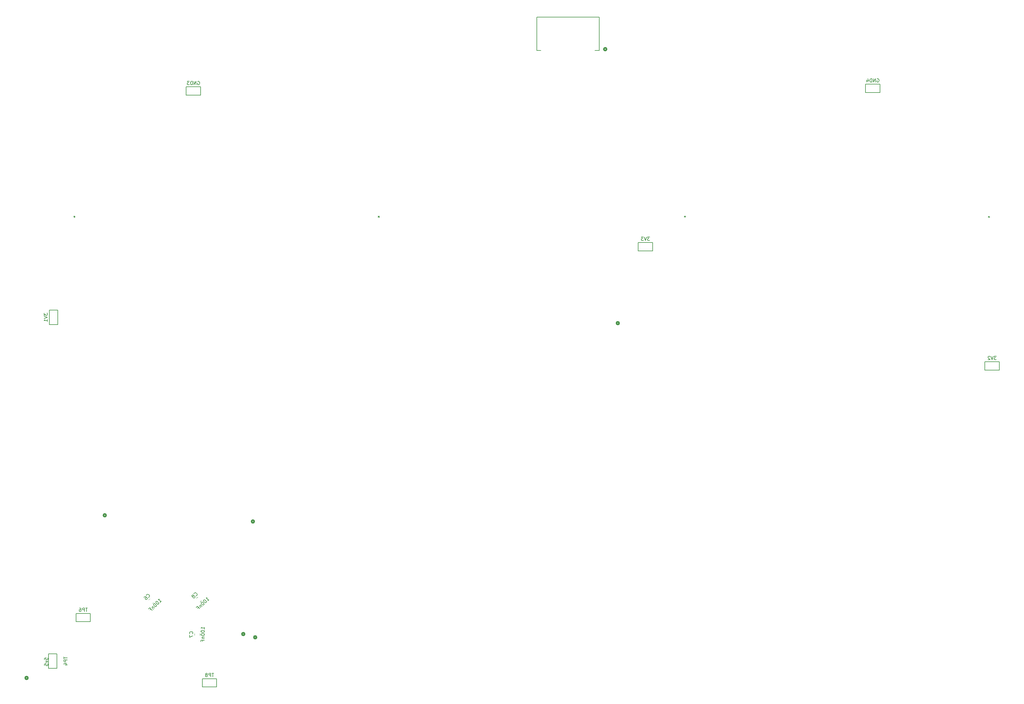
<source format=gbr>
%TF.GenerationSoftware,KiCad,Pcbnew,8.0.8-8.0.8-0~ubuntu24.04.1*%
%TF.CreationDate,2025-08-07T23:42:04-04:00*%
%TF.ProjectId,stencil,7374656e-6369-46c2-9e6b-696361645f70,rev?*%
%TF.SameCoordinates,Original*%
%TF.FileFunction,Legend,Bot*%
%TF.FilePolarity,Positive*%
%FSLAX46Y46*%
G04 Gerber Fmt 4.6, Leading zero omitted, Abs format (unit mm)*
G04 Created by KiCad (PCBNEW 8.0.8-8.0.8-0~ubuntu24.04.1) date 2025-08-07 23:42:04*
%MOMM*%
%LPD*%
G01*
G04 APERTURE LIST*
%ADD10C,0.200000*%
%ADD11C,0.152400*%
%ADD12C,0.508000*%
%ADD13C,0.150000*%
%ADD14C,0.120000*%
G04 APERTURE END LIST*
D10*
X49882219Y-223735863D02*
X49882219Y-223259673D01*
X49882219Y-223259673D02*
X50358409Y-223212054D01*
X50358409Y-223212054D02*
X50310790Y-223259673D01*
X50310790Y-223259673D02*
X50263171Y-223354911D01*
X50263171Y-223354911D02*
X50263171Y-223593006D01*
X50263171Y-223593006D02*
X50310790Y-223688244D01*
X50310790Y-223688244D02*
X50358409Y-223735863D01*
X50358409Y-223735863D02*
X50453647Y-223783482D01*
X50453647Y-223783482D02*
X50691742Y-223783482D01*
X50691742Y-223783482D02*
X50786980Y-223735863D01*
X50786980Y-223735863D02*
X50834600Y-223688244D01*
X50834600Y-223688244D02*
X50882219Y-223593006D01*
X50882219Y-223593006D02*
X50882219Y-223354911D01*
X50882219Y-223354911D02*
X50834600Y-223259673D01*
X50834600Y-223259673D02*
X50786980Y-223212054D01*
X50215552Y-224116816D02*
X50882219Y-224354911D01*
X50882219Y-224354911D02*
X50215552Y-224593006D01*
X49882219Y-225450149D02*
X49882219Y-224973959D01*
X49882219Y-224973959D02*
X50358409Y-224926340D01*
X50358409Y-224926340D02*
X50310790Y-224973959D01*
X50310790Y-224973959D02*
X50263171Y-225069197D01*
X50263171Y-225069197D02*
X50263171Y-225307292D01*
X50263171Y-225307292D02*
X50310790Y-225402530D01*
X50310790Y-225402530D02*
X50358409Y-225450149D01*
X50358409Y-225450149D02*
X50453647Y-225497768D01*
X50453647Y-225497768D02*
X50691742Y-225497768D01*
X50691742Y-225497768D02*
X50786980Y-225450149D01*
X50786980Y-225450149D02*
X50834600Y-225402530D01*
X50834600Y-225402530D02*
X50882219Y-225307292D01*
X50882219Y-225307292D02*
X50882219Y-225069197D01*
X50882219Y-225069197D02*
X50834600Y-224973959D01*
X50834600Y-224973959D02*
X50786980Y-224926340D01*
D11*
X193479487Y-36149001D02*
X211633487Y-36149001D01*
X211633487Y-45903000D02*
X210428584Y-45903000D01*
X193479487Y-36149001D02*
X193479487Y-45903000D01*
X211633487Y-45903000D02*
X211633487Y-36149001D01*
X194684387Y-45903000D02*
X193479487Y-45903000D01*
D10*
X62436904Y-208662219D02*
X61865476Y-208662219D01*
X62151190Y-209662219D02*
X62151190Y-208662219D01*
X61532142Y-209662219D02*
X61532142Y-208662219D01*
X61532142Y-208662219D02*
X61151190Y-208662219D01*
X61151190Y-208662219D02*
X61055952Y-208709838D01*
X61055952Y-208709838D02*
X61008333Y-208757457D01*
X61008333Y-208757457D02*
X60960714Y-208852695D01*
X60960714Y-208852695D02*
X60960714Y-208995552D01*
X60960714Y-208995552D02*
X61008333Y-209090790D01*
X61008333Y-209090790D02*
X61055952Y-209138409D01*
X61055952Y-209138409D02*
X61151190Y-209186028D01*
X61151190Y-209186028D02*
X61532142Y-209186028D01*
X60103571Y-208662219D02*
X60294047Y-208662219D01*
X60294047Y-208662219D02*
X60389285Y-208709838D01*
X60389285Y-208709838D02*
X60436904Y-208757457D01*
X60436904Y-208757457D02*
X60532142Y-208900314D01*
X60532142Y-208900314D02*
X60579761Y-209090790D01*
X60579761Y-209090790D02*
X60579761Y-209471742D01*
X60579761Y-209471742D02*
X60532142Y-209566980D01*
X60532142Y-209566980D02*
X60484523Y-209614600D01*
X60484523Y-209614600D02*
X60389285Y-209662219D01*
X60389285Y-209662219D02*
X60198809Y-209662219D01*
X60198809Y-209662219D02*
X60103571Y-209614600D01*
X60103571Y-209614600D02*
X60055952Y-209566980D01*
X60055952Y-209566980D02*
X60008333Y-209471742D01*
X60008333Y-209471742D02*
X60008333Y-209233647D01*
X60008333Y-209233647D02*
X60055952Y-209138409D01*
X60055952Y-209138409D02*
X60103571Y-209090790D01*
X60103571Y-209090790D02*
X60198809Y-209043171D01*
X60198809Y-209043171D02*
X60389285Y-209043171D01*
X60389285Y-209043171D02*
X60484523Y-209090790D01*
X60484523Y-209090790D02*
X60532142Y-209138409D01*
X60532142Y-209138409D02*
X60579761Y-209233647D01*
X93076981Y-216183332D02*
X93124601Y-216135713D01*
X93124601Y-216135713D02*
X93172220Y-215992856D01*
X93172220Y-215992856D02*
X93172220Y-215897618D01*
X93172220Y-215897618D02*
X93124601Y-215754761D01*
X93124601Y-215754761D02*
X93029362Y-215659523D01*
X93029362Y-215659523D02*
X92934124Y-215611904D01*
X92934124Y-215611904D02*
X92743648Y-215564285D01*
X92743648Y-215564285D02*
X92600791Y-215564285D01*
X92600791Y-215564285D02*
X92410315Y-215611904D01*
X92410315Y-215611904D02*
X92315077Y-215659523D01*
X92315077Y-215659523D02*
X92219839Y-215754761D01*
X92219839Y-215754761D02*
X92172220Y-215897618D01*
X92172220Y-215897618D02*
X92172220Y-215992856D01*
X92172220Y-215992856D02*
X92219839Y-216135713D01*
X92219839Y-216135713D02*
X92267458Y-216183332D01*
X92172220Y-216516666D02*
X92172220Y-217183332D01*
X92172220Y-217183332D02*
X93172220Y-216754761D01*
X96532218Y-214802379D02*
X96532218Y-214230951D01*
X96532218Y-214516665D02*
X95532218Y-214516665D01*
X95532218Y-214516665D02*
X95675075Y-214421427D01*
X95675075Y-214421427D02*
X95770313Y-214326189D01*
X95770313Y-214326189D02*
X95817932Y-214230951D01*
X95532218Y-215421427D02*
X95532218Y-215516665D01*
X95532218Y-215516665D02*
X95579837Y-215611903D01*
X95579837Y-215611903D02*
X95627456Y-215659522D01*
X95627456Y-215659522D02*
X95722694Y-215707141D01*
X95722694Y-215707141D02*
X95913170Y-215754760D01*
X95913170Y-215754760D02*
X96151265Y-215754760D01*
X96151265Y-215754760D02*
X96341741Y-215707141D01*
X96341741Y-215707141D02*
X96436979Y-215659522D01*
X96436979Y-215659522D02*
X96484599Y-215611903D01*
X96484599Y-215611903D02*
X96532218Y-215516665D01*
X96532218Y-215516665D02*
X96532218Y-215421427D01*
X96532218Y-215421427D02*
X96484599Y-215326189D01*
X96484599Y-215326189D02*
X96436979Y-215278570D01*
X96436979Y-215278570D02*
X96341741Y-215230951D01*
X96341741Y-215230951D02*
X96151265Y-215183332D01*
X96151265Y-215183332D02*
X95913170Y-215183332D01*
X95913170Y-215183332D02*
X95722694Y-215230951D01*
X95722694Y-215230951D02*
X95627456Y-215278570D01*
X95627456Y-215278570D02*
X95579837Y-215326189D01*
X95579837Y-215326189D02*
X95532218Y-215421427D01*
X95532218Y-216373808D02*
X95532218Y-216469046D01*
X95532218Y-216469046D02*
X95579837Y-216564284D01*
X95579837Y-216564284D02*
X95627456Y-216611903D01*
X95627456Y-216611903D02*
X95722694Y-216659522D01*
X95722694Y-216659522D02*
X95913170Y-216707141D01*
X95913170Y-216707141D02*
X96151265Y-216707141D01*
X96151265Y-216707141D02*
X96341741Y-216659522D01*
X96341741Y-216659522D02*
X96436979Y-216611903D01*
X96436979Y-216611903D02*
X96484599Y-216564284D01*
X96484599Y-216564284D02*
X96532218Y-216469046D01*
X96532218Y-216469046D02*
X96532218Y-216373808D01*
X96532218Y-216373808D02*
X96484599Y-216278570D01*
X96484599Y-216278570D02*
X96436979Y-216230951D01*
X96436979Y-216230951D02*
X96341741Y-216183332D01*
X96341741Y-216183332D02*
X96151265Y-216135713D01*
X96151265Y-216135713D02*
X95913170Y-216135713D01*
X95913170Y-216135713D02*
X95722694Y-216183332D01*
X95722694Y-216183332D02*
X95627456Y-216230951D01*
X95627456Y-216230951D02*
X95579837Y-216278570D01*
X95579837Y-216278570D02*
X95532218Y-216373808D01*
X95865551Y-217135713D02*
X96532218Y-217135713D01*
X95960789Y-217135713D02*
X95913170Y-217183332D01*
X95913170Y-217183332D02*
X95865551Y-217278570D01*
X95865551Y-217278570D02*
X95865551Y-217421427D01*
X95865551Y-217421427D02*
X95913170Y-217516665D01*
X95913170Y-217516665D02*
X96008408Y-217564284D01*
X96008408Y-217564284D02*
X96532218Y-217564284D01*
X96008408Y-218373808D02*
X96008408Y-218040475D01*
X96532218Y-218040475D02*
X95532218Y-218040475D01*
X95532218Y-218040475D02*
X95532218Y-218516665D01*
X80182335Y-205546633D02*
X80249678Y-205546633D01*
X80249678Y-205546633D02*
X80384365Y-205479290D01*
X80384365Y-205479290D02*
X80451709Y-205411946D01*
X80451709Y-205411946D02*
X80519052Y-205277259D01*
X80519052Y-205277259D02*
X80519052Y-205142572D01*
X80519052Y-205142572D02*
X80485381Y-205041557D01*
X80485381Y-205041557D02*
X80384365Y-204873198D01*
X80384365Y-204873198D02*
X80283350Y-204772183D01*
X80283350Y-204772183D02*
X80114991Y-204671168D01*
X80114991Y-204671168D02*
X80013976Y-204637496D01*
X80013976Y-204637496D02*
X79879289Y-204637496D01*
X79879289Y-204637496D02*
X79744602Y-204704840D01*
X79744602Y-204704840D02*
X79677259Y-204772183D01*
X79677259Y-204772183D02*
X79609915Y-204906870D01*
X79609915Y-204906870D02*
X79609915Y-204974214D01*
X78936480Y-205512962D02*
X79071167Y-205378275D01*
X79071167Y-205378275D02*
X79172182Y-205344603D01*
X79172182Y-205344603D02*
X79239526Y-205344603D01*
X79239526Y-205344603D02*
X79407885Y-205378275D01*
X79407885Y-205378275D02*
X79576243Y-205479290D01*
X79576243Y-205479290D02*
X79845617Y-205748664D01*
X79845617Y-205748664D02*
X79879289Y-205849679D01*
X79879289Y-205849679D02*
X79879289Y-205917023D01*
X79879289Y-205917023D02*
X79845617Y-206018038D01*
X79845617Y-206018038D02*
X79710930Y-206152725D01*
X79710930Y-206152725D02*
X79609915Y-206186397D01*
X79609915Y-206186397D02*
X79542572Y-206186397D01*
X79542572Y-206186397D02*
X79441556Y-206152725D01*
X79441556Y-206152725D02*
X79273198Y-205984366D01*
X79273198Y-205984366D02*
X79239526Y-205883351D01*
X79239526Y-205883351D02*
X79239526Y-205816007D01*
X79239526Y-205816007D02*
X79273198Y-205714992D01*
X79273198Y-205714992D02*
X79407885Y-205580305D01*
X79407885Y-205580305D02*
X79508900Y-205546633D01*
X79508900Y-205546633D02*
X79576243Y-205546633D01*
X79576243Y-205546633D02*
X79677259Y-205580305D01*
X83602038Y-207013374D02*
X84006099Y-206609313D01*
X83804068Y-206811343D02*
X83096961Y-206104236D01*
X83096961Y-206104236D02*
X83265320Y-206137908D01*
X83265320Y-206137908D02*
X83400007Y-206137908D01*
X83400007Y-206137908D02*
X83501022Y-206104236D01*
X82457198Y-206744000D02*
X82389855Y-206811343D01*
X82389855Y-206811343D02*
X82356183Y-206912358D01*
X82356183Y-206912358D02*
X82356183Y-206979702D01*
X82356183Y-206979702D02*
X82389855Y-207080717D01*
X82389855Y-207080717D02*
X82490870Y-207249076D01*
X82490870Y-207249076D02*
X82659229Y-207417435D01*
X82659229Y-207417435D02*
X82827587Y-207518450D01*
X82827587Y-207518450D02*
X82928603Y-207552122D01*
X82928603Y-207552122D02*
X82995946Y-207552122D01*
X82995946Y-207552122D02*
X83096961Y-207518450D01*
X83096961Y-207518450D02*
X83164305Y-207451106D01*
X83164305Y-207451106D02*
X83197977Y-207350091D01*
X83197977Y-207350091D02*
X83197977Y-207282748D01*
X83197977Y-207282748D02*
X83164305Y-207181732D01*
X83164305Y-207181732D02*
X83063290Y-207013374D01*
X83063290Y-207013374D02*
X82894931Y-206845015D01*
X82894931Y-206845015D02*
X82726572Y-206744000D01*
X82726572Y-206744000D02*
X82625557Y-206710328D01*
X82625557Y-206710328D02*
X82558213Y-206710328D01*
X82558213Y-206710328D02*
X82457198Y-206744000D01*
X81783763Y-207417435D02*
X81716420Y-207484778D01*
X81716420Y-207484778D02*
X81682748Y-207585793D01*
X81682748Y-207585793D02*
X81682748Y-207653137D01*
X81682748Y-207653137D02*
X81716420Y-207754152D01*
X81716420Y-207754152D02*
X81817435Y-207922511D01*
X81817435Y-207922511D02*
X81985794Y-208090870D01*
X81985794Y-208090870D02*
X82154152Y-208191885D01*
X82154152Y-208191885D02*
X82255168Y-208225557D01*
X82255168Y-208225557D02*
X82322511Y-208225557D01*
X82322511Y-208225557D02*
X82423526Y-208191885D01*
X82423526Y-208191885D02*
X82490870Y-208124541D01*
X82490870Y-208124541D02*
X82524542Y-208023526D01*
X82524542Y-208023526D02*
X82524542Y-207956183D01*
X82524542Y-207956183D02*
X82490870Y-207855167D01*
X82490870Y-207855167D02*
X82389855Y-207686809D01*
X82389855Y-207686809D02*
X82221496Y-207518450D01*
X82221496Y-207518450D02*
X82053137Y-207417435D01*
X82053137Y-207417435D02*
X81952122Y-207383763D01*
X81952122Y-207383763D02*
X81884778Y-207383763D01*
X81884778Y-207383763D02*
X81783763Y-207417435D01*
X81480717Y-208191885D02*
X81952122Y-208663290D01*
X81548061Y-208259229D02*
X81480717Y-208259229D01*
X81480717Y-208259229D02*
X81379702Y-208292900D01*
X81379702Y-208292900D02*
X81278687Y-208393916D01*
X81278687Y-208393916D02*
X81245015Y-208494931D01*
X81245015Y-208494931D02*
X81278687Y-208595946D01*
X81278687Y-208595946D02*
X81649076Y-208966335D01*
X80706267Y-209168366D02*
X80941969Y-208932664D01*
X81312358Y-209303053D02*
X80605252Y-208595946D01*
X80605252Y-208595946D02*
X80268534Y-208932664D01*
X55547219Y-222898095D02*
X55547219Y-223469523D01*
X56547219Y-223183809D02*
X55547219Y-223183809D01*
X56547219Y-223802857D02*
X55547219Y-223802857D01*
X55547219Y-223802857D02*
X55547219Y-224183809D01*
X55547219Y-224183809D02*
X55594838Y-224279047D01*
X55594838Y-224279047D02*
X55642457Y-224326666D01*
X55642457Y-224326666D02*
X55737695Y-224374285D01*
X55737695Y-224374285D02*
X55880552Y-224374285D01*
X55880552Y-224374285D02*
X55975790Y-224326666D01*
X55975790Y-224326666D02*
X56023409Y-224279047D01*
X56023409Y-224279047D02*
X56071028Y-224183809D01*
X56071028Y-224183809D02*
X56071028Y-223802857D01*
X55880552Y-225231428D02*
X56547219Y-225231428D01*
X55499600Y-224993333D02*
X56213885Y-224755238D01*
X56213885Y-224755238D02*
X56213885Y-225374285D01*
X99266904Y-227712219D02*
X98695476Y-227712219D01*
X98981190Y-228712219D02*
X98981190Y-227712219D01*
X98362142Y-228712219D02*
X98362142Y-227712219D01*
X98362142Y-227712219D02*
X97981190Y-227712219D01*
X97981190Y-227712219D02*
X97885952Y-227759838D01*
X97885952Y-227759838D02*
X97838333Y-227807457D01*
X97838333Y-227807457D02*
X97790714Y-227902695D01*
X97790714Y-227902695D02*
X97790714Y-228045552D01*
X97790714Y-228045552D02*
X97838333Y-228140790D01*
X97838333Y-228140790D02*
X97885952Y-228188409D01*
X97885952Y-228188409D02*
X97981190Y-228236028D01*
X97981190Y-228236028D02*
X98362142Y-228236028D01*
X97219285Y-228140790D02*
X97314523Y-228093171D01*
X97314523Y-228093171D02*
X97362142Y-228045552D01*
X97362142Y-228045552D02*
X97409761Y-227950314D01*
X97409761Y-227950314D02*
X97409761Y-227902695D01*
X97409761Y-227902695D02*
X97362142Y-227807457D01*
X97362142Y-227807457D02*
X97314523Y-227759838D01*
X97314523Y-227759838D02*
X97219285Y-227712219D01*
X97219285Y-227712219D02*
X97028809Y-227712219D01*
X97028809Y-227712219D02*
X96933571Y-227759838D01*
X96933571Y-227759838D02*
X96885952Y-227807457D01*
X96885952Y-227807457D02*
X96838333Y-227902695D01*
X96838333Y-227902695D02*
X96838333Y-227950314D01*
X96838333Y-227950314D02*
X96885952Y-228045552D01*
X96885952Y-228045552D02*
X96933571Y-228093171D01*
X96933571Y-228093171D02*
X97028809Y-228140790D01*
X97028809Y-228140790D02*
X97219285Y-228140790D01*
X97219285Y-228140790D02*
X97314523Y-228188409D01*
X97314523Y-228188409D02*
X97362142Y-228236028D01*
X97362142Y-228236028D02*
X97409761Y-228331266D01*
X97409761Y-228331266D02*
X97409761Y-228521742D01*
X97409761Y-228521742D02*
X97362142Y-228616980D01*
X97362142Y-228616980D02*
X97314523Y-228664600D01*
X97314523Y-228664600D02*
X97219285Y-228712219D01*
X97219285Y-228712219D02*
X97028809Y-228712219D01*
X97028809Y-228712219D02*
X96933571Y-228664600D01*
X96933571Y-228664600D02*
X96885952Y-228616980D01*
X96885952Y-228616980D02*
X96838333Y-228521742D01*
X96838333Y-228521742D02*
X96838333Y-228331266D01*
X96838333Y-228331266D02*
X96885952Y-228236028D01*
X96885952Y-228236028D02*
X96933571Y-228188409D01*
X96933571Y-228188409D02*
X97028809Y-228140790D01*
X94082335Y-205096633D02*
X94149678Y-205096633D01*
X94149678Y-205096633D02*
X94284365Y-205029290D01*
X94284365Y-205029290D02*
X94351709Y-204961946D01*
X94351709Y-204961946D02*
X94419052Y-204827259D01*
X94419052Y-204827259D02*
X94419052Y-204692572D01*
X94419052Y-204692572D02*
X94385381Y-204591557D01*
X94385381Y-204591557D02*
X94284365Y-204423198D01*
X94284365Y-204423198D02*
X94183350Y-204322183D01*
X94183350Y-204322183D02*
X94014991Y-204221168D01*
X94014991Y-204221168D02*
X93913976Y-204187496D01*
X93913976Y-204187496D02*
X93779289Y-204187496D01*
X93779289Y-204187496D02*
X93644602Y-204254840D01*
X93644602Y-204254840D02*
X93577259Y-204322183D01*
X93577259Y-204322183D02*
X93509915Y-204456870D01*
X93509915Y-204456870D02*
X93509915Y-204524214D01*
X93341556Y-205163977D02*
X93375228Y-205062962D01*
X93375228Y-205062962D02*
X93375228Y-204995618D01*
X93375228Y-204995618D02*
X93341556Y-204894603D01*
X93341556Y-204894603D02*
X93307885Y-204860931D01*
X93307885Y-204860931D02*
X93206869Y-204827259D01*
X93206869Y-204827259D02*
X93139526Y-204827259D01*
X93139526Y-204827259D02*
X93038511Y-204860931D01*
X93038511Y-204860931D02*
X92903824Y-204995618D01*
X92903824Y-204995618D02*
X92870152Y-205096633D01*
X92870152Y-205096633D02*
X92870152Y-205163977D01*
X92870152Y-205163977D02*
X92903824Y-205264992D01*
X92903824Y-205264992D02*
X92937495Y-205298664D01*
X92937495Y-205298664D02*
X93038511Y-205332336D01*
X93038511Y-205332336D02*
X93105854Y-205332336D01*
X93105854Y-205332336D02*
X93206869Y-205298664D01*
X93206869Y-205298664D02*
X93341556Y-205163977D01*
X93341556Y-205163977D02*
X93442572Y-205130305D01*
X93442572Y-205130305D02*
X93509915Y-205130305D01*
X93509915Y-205130305D02*
X93610930Y-205163977D01*
X93610930Y-205163977D02*
X93745617Y-205298664D01*
X93745617Y-205298664D02*
X93779289Y-205399679D01*
X93779289Y-205399679D02*
X93779289Y-205467023D01*
X93779289Y-205467023D02*
X93745617Y-205568038D01*
X93745617Y-205568038D02*
X93610930Y-205702725D01*
X93610930Y-205702725D02*
X93509915Y-205736397D01*
X93509915Y-205736397D02*
X93442572Y-205736397D01*
X93442572Y-205736397D02*
X93341556Y-205702725D01*
X93341556Y-205702725D02*
X93206869Y-205568038D01*
X93206869Y-205568038D02*
X93173198Y-205467023D01*
X93173198Y-205467023D02*
X93173198Y-205399679D01*
X93173198Y-205399679D02*
X93206869Y-205298664D01*
X97502038Y-206563374D02*
X97906099Y-206159313D01*
X97704068Y-206361343D02*
X96996961Y-205654236D01*
X96996961Y-205654236D02*
X97165320Y-205687908D01*
X97165320Y-205687908D02*
X97300007Y-205687908D01*
X97300007Y-205687908D02*
X97401022Y-205654236D01*
X96357198Y-206294000D02*
X96289855Y-206361343D01*
X96289855Y-206361343D02*
X96256183Y-206462358D01*
X96256183Y-206462358D02*
X96256183Y-206529702D01*
X96256183Y-206529702D02*
X96289855Y-206630717D01*
X96289855Y-206630717D02*
X96390870Y-206799076D01*
X96390870Y-206799076D02*
X96559229Y-206967435D01*
X96559229Y-206967435D02*
X96727587Y-207068450D01*
X96727587Y-207068450D02*
X96828603Y-207102122D01*
X96828603Y-207102122D02*
X96895946Y-207102122D01*
X96895946Y-207102122D02*
X96996961Y-207068450D01*
X96996961Y-207068450D02*
X97064305Y-207001106D01*
X97064305Y-207001106D02*
X97097977Y-206900091D01*
X97097977Y-206900091D02*
X97097977Y-206832748D01*
X97097977Y-206832748D02*
X97064305Y-206731732D01*
X97064305Y-206731732D02*
X96963290Y-206563374D01*
X96963290Y-206563374D02*
X96794931Y-206395015D01*
X96794931Y-206395015D02*
X96626572Y-206294000D01*
X96626572Y-206294000D02*
X96525557Y-206260328D01*
X96525557Y-206260328D02*
X96458213Y-206260328D01*
X96458213Y-206260328D02*
X96357198Y-206294000D01*
X95683763Y-206967435D02*
X95616420Y-207034778D01*
X95616420Y-207034778D02*
X95582748Y-207135793D01*
X95582748Y-207135793D02*
X95582748Y-207203137D01*
X95582748Y-207203137D02*
X95616420Y-207304152D01*
X95616420Y-207304152D02*
X95717435Y-207472511D01*
X95717435Y-207472511D02*
X95885794Y-207640870D01*
X95885794Y-207640870D02*
X96054152Y-207741885D01*
X96054152Y-207741885D02*
X96155168Y-207775557D01*
X96155168Y-207775557D02*
X96222511Y-207775557D01*
X96222511Y-207775557D02*
X96323526Y-207741885D01*
X96323526Y-207741885D02*
X96390870Y-207674541D01*
X96390870Y-207674541D02*
X96424542Y-207573526D01*
X96424542Y-207573526D02*
X96424542Y-207506183D01*
X96424542Y-207506183D02*
X96390870Y-207405167D01*
X96390870Y-207405167D02*
X96289855Y-207236809D01*
X96289855Y-207236809D02*
X96121496Y-207068450D01*
X96121496Y-207068450D02*
X95953137Y-206967435D01*
X95953137Y-206967435D02*
X95852122Y-206933763D01*
X95852122Y-206933763D02*
X95784778Y-206933763D01*
X95784778Y-206933763D02*
X95683763Y-206967435D01*
X95380717Y-207741885D02*
X95852122Y-208213290D01*
X95448061Y-207809229D02*
X95380717Y-207809229D01*
X95380717Y-207809229D02*
X95279702Y-207842900D01*
X95279702Y-207842900D02*
X95178687Y-207943916D01*
X95178687Y-207943916D02*
X95145015Y-208044931D01*
X95145015Y-208044931D02*
X95178687Y-208145946D01*
X95178687Y-208145946D02*
X95549076Y-208516335D01*
X94606267Y-208718366D02*
X94841969Y-208482664D01*
X95212358Y-208853053D02*
X94505252Y-208145946D01*
X94505252Y-208145946D02*
X94168534Y-208482664D01*
X327475694Y-135204219D02*
X326856647Y-135204219D01*
X326856647Y-135204219D02*
X327189980Y-135585171D01*
X327189980Y-135585171D02*
X327047123Y-135585171D01*
X327047123Y-135585171D02*
X326951885Y-135632790D01*
X326951885Y-135632790D02*
X326904266Y-135680409D01*
X326904266Y-135680409D02*
X326856647Y-135775647D01*
X326856647Y-135775647D02*
X326856647Y-136013742D01*
X326856647Y-136013742D02*
X326904266Y-136108980D01*
X326904266Y-136108980D02*
X326951885Y-136156600D01*
X326951885Y-136156600D02*
X327047123Y-136204219D01*
X327047123Y-136204219D02*
X327332837Y-136204219D01*
X327332837Y-136204219D02*
X327428075Y-136156600D01*
X327428075Y-136156600D02*
X327475694Y-136108980D01*
X326570932Y-135204219D02*
X326237599Y-136204219D01*
X326237599Y-136204219D02*
X325904266Y-135204219D01*
X325618551Y-135299457D02*
X325570932Y-135251838D01*
X325570932Y-135251838D02*
X325475694Y-135204219D01*
X325475694Y-135204219D02*
X325237599Y-135204219D01*
X325237599Y-135204219D02*
X325142361Y-135251838D01*
X325142361Y-135251838D02*
X325094742Y-135299457D01*
X325094742Y-135299457D02*
X325047123Y-135394695D01*
X325047123Y-135394695D02*
X325047123Y-135489933D01*
X325047123Y-135489933D02*
X325094742Y-135632790D01*
X325094742Y-135632790D02*
X325666170Y-136204219D01*
X325666170Y-136204219D02*
X325047123Y-136204219D01*
X94557695Y-54987838D02*
X94652933Y-54940219D01*
X94652933Y-54940219D02*
X94795790Y-54940219D01*
X94795790Y-54940219D02*
X94938647Y-54987838D01*
X94938647Y-54987838D02*
X95033885Y-55083076D01*
X95033885Y-55083076D02*
X95081504Y-55178314D01*
X95081504Y-55178314D02*
X95129123Y-55368790D01*
X95129123Y-55368790D02*
X95129123Y-55511647D01*
X95129123Y-55511647D02*
X95081504Y-55702123D01*
X95081504Y-55702123D02*
X95033885Y-55797361D01*
X95033885Y-55797361D02*
X94938647Y-55892600D01*
X94938647Y-55892600D02*
X94795790Y-55940219D01*
X94795790Y-55940219D02*
X94700552Y-55940219D01*
X94700552Y-55940219D02*
X94557695Y-55892600D01*
X94557695Y-55892600D02*
X94510076Y-55844980D01*
X94510076Y-55844980D02*
X94510076Y-55511647D01*
X94510076Y-55511647D02*
X94700552Y-55511647D01*
X94081504Y-55940219D02*
X94081504Y-54940219D01*
X94081504Y-54940219D02*
X93510076Y-55940219D01*
X93510076Y-55940219D02*
X93510076Y-54940219D01*
X93033885Y-55940219D02*
X93033885Y-54940219D01*
X93033885Y-54940219D02*
X92795790Y-54940219D01*
X92795790Y-54940219D02*
X92652933Y-54987838D01*
X92652933Y-54987838D02*
X92557695Y-55083076D01*
X92557695Y-55083076D02*
X92510076Y-55178314D01*
X92510076Y-55178314D02*
X92462457Y-55368790D01*
X92462457Y-55368790D02*
X92462457Y-55511647D01*
X92462457Y-55511647D02*
X92510076Y-55702123D01*
X92510076Y-55702123D02*
X92557695Y-55797361D01*
X92557695Y-55797361D02*
X92652933Y-55892600D01*
X92652933Y-55892600D02*
X92795790Y-55940219D01*
X92795790Y-55940219D02*
X93033885Y-55940219D01*
X92129123Y-54940219D02*
X91510076Y-54940219D01*
X91510076Y-54940219D02*
X91843409Y-55321171D01*
X91843409Y-55321171D02*
X91700552Y-55321171D01*
X91700552Y-55321171D02*
X91605314Y-55368790D01*
X91605314Y-55368790D02*
X91557695Y-55416409D01*
X91557695Y-55416409D02*
X91510076Y-55511647D01*
X91510076Y-55511647D02*
X91510076Y-55749742D01*
X91510076Y-55749742D02*
X91557695Y-55844980D01*
X91557695Y-55844980D02*
X91605314Y-55892600D01*
X91605314Y-55892600D02*
X91700552Y-55940219D01*
X91700552Y-55940219D02*
X91986266Y-55940219D01*
X91986266Y-55940219D02*
X92081504Y-55892600D01*
X92081504Y-55892600D02*
X92129123Y-55844980D01*
X49754819Y-122586905D02*
X49754819Y-123205952D01*
X49754819Y-123205952D02*
X50135771Y-122872619D01*
X50135771Y-122872619D02*
X50135771Y-123015476D01*
X50135771Y-123015476D02*
X50183390Y-123110714D01*
X50183390Y-123110714D02*
X50231009Y-123158333D01*
X50231009Y-123158333D02*
X50326247Y-123205952D01*
X50326247Y-123205952D02*
X50564342Y-123205952D01*
X50564342Y-123205952D02*
X50659580Y-123158333D01*
X50659580Y-123158333D02*
X50707200Y-123110714D01*
X50707200Y-123110714D02*
X50754819Y-123015476D01*
X50754819Y-123015476D02*
X50754819Y-122729762D01*
X50754819Y-122729762D02*
X50707200Y-122634524D01*
X50707200Y-122634524D02*
X50659580Y-122586905D01*
X49754819Y-123491667D02*
X50754819Y-123825000D01*
X50754819Y-123825000D02*
X49754819Y-124158333D01*
X50754819Y-125015476D02*
X50754819Y-124444048D01*
X50754819Y-124729762D02*
X49754819Y-124729762D01*
X49754819Y-124729762D02*
X49897676Y-124634524D01*
X49897676Y-124634524D02*
X49992914Y-124539286D01*
X49992914Y-124539286D02*
X50040533Y-124444048D01*
X226383694Y-100406219D02*
X225764647Y-100406219D01*
X225764647Y-100406219D02*
X226097980Y-100787171D01*
X226097980Y-100787171D02*
X225955123Y-100787171D01*
X225955123Y-100787171D02*
X225859885Y-100834790D01*
X225859885Y-100834790D02*
X225812266Y-100882409D01*
X225812266Y-100882409D02*
X225764647Y-100977647D01*
X225764647Y-100977647D02*
X225764647Y-101215742D01*
X225764647Y-101215742D02*
X225812266Y-101310980D01*
X225812266Y-101310980D02*
X225859885Y-101358600D01*
X225859885Y-101358600D02*
X225955123Y-101406219D01*
X225955123Y-101406219D02*
X226240837Y-101406219D01*
X226240837Y-101406219D02*
X226336075Y-101358600D01*
X226336075Y-101358600D02*
X226383694Y-101310980D01*
X225478932Y-100406219D02*
X225145599Y-101406219D01*
X225145599Y-101406219D02*
X224812266Y-100406219D01*
X224574170Y-100406219D02*
X223955123Y-100406219D01*
X223955123Y-100406219D02*
X224288456Y-100787171D01*
X224288456Y-100787171D02*
X224145599Y-100787171D01*
X224145599Y-100787171D02*
X224050361Y-100834790D01*
X224050361Y-100834790D02*
X224002742Y-100882409D01*
X224002742Y-100882409D02*
X223955123Y-100977647D01*
X223955123Y-100977647D02*
X223955123Y-101215742D01*
X223955123Y-101215742D02*
X224002742Y-101310980D01*
X224002742Y-101310980D02*
X224050361Y-101358600D01*
X224050361Y-101358600D02*
X224145599Y-101406219D01*
X224145599Y-101406219D02*
X224431313Y-101406219D01*
X224431313Y-101406219D02*
X224526551Y-101358600D01*
X224526551Y-101358600D02*
X224574170Y-101310980D01*
X292677695Y-54225838D02*
X292772933Y-54178219D01*
X292772933Y-54178219D02*
X292915790Y-54178219D01*
X292915790Y-54178219D02*
X293058647Y-54225838D01*
X293058647Y-54225838D02*
X293153885Y-54321076D01*
X293153885Y-54321076D02*
X293201504Y-54416314D01*
X293201504Y-54416314D02*
X293249123Y-54606790D01*
X293249123Y-54606790D02*
X293249123Y-54749647D01*
X293249123Y-54749647D02*
X293201504Y-54940123D01*
X293201504Y-54940123D02*
X293153885Y-55035361D01*
X293153885Y-55035361D02*
X293058647Y-55130600D01*
X293058647Y-55130600D02*
X292915790Y-55178219D01*
X292915790Y-55178219D02*
X292820552Y-55178219D01*
X292820552Y-55178219D02*
X292677695Y-55130600D01*
X292677695Y-55130600D02*
X292630076Y-55082980D01*
X292630076Y-55082980D02*
X292630076Y-54749647D01*
X292630076Y-54749647D02*
X292820552Y-54749647D01*
X292201504Y-55178219D02*
X292201504Y-54178219D01*
X292201504Y-54178219D02*
X291630076Y-55178219D01*
X291630076Y-55178219D02*
X291630076Y-54178219D01*
X291153885Y-55178219D02*
X291153885Y-54178219D01*
X291153885Y-54178219D02*
X290915790Y-54178219D01*
X290915790Y-54178219D02*
X290772933Y-54225838D01*
X290772933Y-54225838D02*
X290677695Y-54321076D01*
X290677695Y-54321076D02*
X290630076Y-54416314D01*
X290630076Y-54416314D02*
X290582457Y-54606790D01*
X290582457Y-54606790D02*
X290582457Y-54749647D01*
X290582457Y-54749647D02*
X290630076Y-54940123D01*
X290630076Y-54940123D02*
X290677695Y-55035361D01*
X290677695Y-55035361D02*
X290772933Y-55130600D01*
X290772933Y-55130600D02*
X290915790Y-55178219D01*
X290915790Y-55178219D02*
X291153885Y-55178219D01*
X289725314Y-54511552D02*
X289725314Y-55178219D01*
X289963409Y-54130600D02*
X290201504Y-54844885D01*
X290201504Y-54844885D02*
X289582457Y-54844885D01*
X147616255Y-94452547D02*
X147378160Y-94452547D01*
X147473398Y-94690642D02*
X147378160Y-94452547D01*
X147378160Y-94452547D02*
X147473398Y-94214452D01*
X147187684Y-94595404D02*
X147378160Y-94452547D01*
X147378160Y-94452547D02*
X147187684Y-94309690D01*
X236869380Y-94393999D02*
X236631285Y-94393999D01*
X236726523Y-94632094D02*
X236631285Y-94393999D01*
X236631285Y-94393999D02*
X236726523Y-94155904D01*
X236440809Y-94536856D02*
X236631285Y-94393999D01*
X236631285Y-94393999D02*
X236440809Y-94251142D01*
X58815380Y-94417499D02*
X58577285Y-94417499D01*
X58672523Y-94655594D02*
X58577285Y-94417499D01*
X58577285Y-94417499D02*
X58672523Y-94179404D01*
X58386809Y-94560356D02*
X58577285Y-94417499D01*
X58577285Y-94417499D02*
X58386809Y-94274642D01*
X325515380Y-94487999D02*
X325277285Y-94487999D01*
X325372523Y-94726094D02*
X325277285Y-94487999D01*
X325277285Y-94487999D02*
X325372523Y-94249904D01*
X325086809Y-94630856D02*
X325277285Y-94487999D01*
X325277285Y-94487999D02*
X325086809Y-94345142D01*
D12*
%TO.C,J1*%
X67849100Y-181598306D02*
G75*
G02*
X67087100Y-181598306I-381000J0D01*
G01*
X67087100Y-181598306D02*
G75*
G02*
X67849100Y-181598306I381000J0D01*
G01*
D13*
%TO.C,TP6*%
X59075000Y-210260000D02*
X63275000Y-210260000D01*
X59075000Y-212660000D02*
X59075000Y-210260000D01*
X63275000Y-210260000D02*
X63275000Y-212660000D01*
X63275000Y-212660000D02*
X59075000Y-212660000D01*
D14*
%TO.C,C7*%
X93665000Y-216611252D02*
X93665000Y-216088746D01*
X95135000Y-216611252D02*
X95135000Y-216088746D01*
%TO.C,C6*%
X80295543Y-206265010D02*
X80665010Y-205895543D01*
X81334990Y-207304457D02*
X81704457Y-206934990D01*
D13*
%TO.C,TP4*%
X51085000Y-222060000D02*
X53485000Y-222060000D01*
X51085000Y-226260000D02*
X51085000Y-222060000D01*
X53485000Y-222060000D02*
X53485000Y-226260000D01*
X53485000Y-226260000D02*
X51085000Y-226260000D01*
D12*
%TO.C,J4*%
X45045999Y-229069499D02*
G75*
G02*
X44284001Y-229069499I-380999J0D01*
G01*
X44284001Y-229069499D02*
G75*
G02*
X45045999Y-229069499I380999J0D01*
G01*
D13*
%TO.C,TP8*%
X95905000Y-229310000D02*
X100105000Y-229310000D01*
X95905000Y-231710000D02*
X95905000Y-229310000D01*
X100105000Y-229310000D02*
X100105000Y-231710000D01*
X100105000Y-231710000D02*
X95905000Y-231710000D01*
D14*
%TO.C,C8*%
X94195543Y-205815010D02*
X94565010Y-205445543D01*
X95234990Y-206854457D02*
X95604457Y-206484990D01*
D12*
%TO.C,U1*%
X108241000Y-216255001D02*
G75*
G02*
X107479000Y-216255001I-381000J0D01*
G01*
X107479000Y-216255001D02*
G75*
G02*
X108241000Y-216255001I381000J0D01*
G01*
%TO.C,SW2*%
X111720999Y-217218501D02*
G75*
G02*
X110959001Y-217218501I-380999J0D01*
G01*
X110959001Y-217218501D02*
G75*
G02*
X111720999Y-217218501I380999J0D01*
G01*
%TO.C,J5*%
X111046800Y-183400000D02*
G75*
G02*
X110284800Y-183400000I-381000J0D01*
G01*
X110284800Y-183400000D02*
G75*
G02*
X111046800Y-183400000I381000J0D01*
G01*
D13*
%TO.C,3V2*%
X324137600Y-136802000D02*
X328337600Y-136802000D01*
X324137600Y-139202000D02*
X324137600Y-136802000D01*
X328337600Y-136802000D02*
X328337600Y-139202000D01*
X328337600Y-139202000D02*
X324137600Y-139202000D01*
%TO.C,GND3*%
X91219600Y-56538000D02*
X95419600Y-56538000D01*
X91219600Y-58938000D02*
X91219600Y-56538000D01*
X95419600Y-56538000D02*
X95419600Y-58938000D01*
X95419600Y-58938000D02*
X91219600Y-58938000D01*
%TO.C,3V1*%
X51352600Y-121725000D02*
X53752600Y-121725000D01*
X51352600Y-125925000D02*
X51352600Y-121725000D01*
X53752600Y-121725000D02*
X53752600Y-125925000D01*
X53752600Y-125925000D02*
X51352600Y-125925000D01*
%TO.C,3V3*%
X223045600Y-102004000D02*
X227245600Y-102004000D01*
X223045600Y-104404000D02*
X223045600Y-102004000D01*
X227245600Y-102004000D02*
X227245600Y-104404000D01*
X227245600Y-104404000D02*
X223045600Y-104404000D01*
%TO.C,GND4*%
X289339600Y-55776000D02*
X293539600Y-55776000D01*
X289339600Y-58176000D02*
X289339600Y-55776000D01*
X293539600Y-55776000D02*
X293539600Y-58176000D01*
X293539600Y-58176000D02*
X289339600Y-58176000D01*
D12*
%TO.C,J1*%
X217462540Y-125516000D02*
G75*
G02*
X216700540Y-125516000I-381000J0D01*
G01*
X216700540Y-125516000D02*
G75*
G02*
X217462540Y-125516000I381000J0D01*
G01*
%TO.C,U1*%
X213792487Y-45546000D02*
G75*
G02*
X213030487Y-45546000I-381000J0D01*
G01*
X213030487Y-45546000D02*
G75*
G02*
X213792487Y-45546000I381000J0D01*
G01*
%TD*%
M02*

</source>
